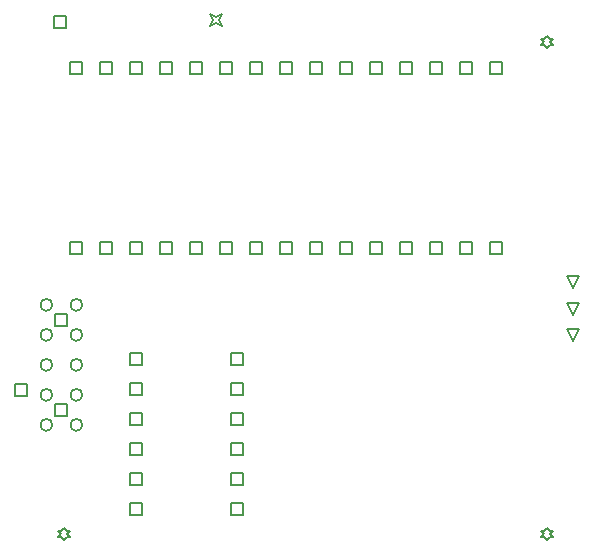
<source format=gbr>
%TF.GenerationSoftware,Altium Limited,Altium Designer,20.2.5 (213)*%
G04 Layer_Color=2752767*
%FSLAX25Y25*%
%MOIN*%
%TF.SameCoordinates,03ADE540-DEBB-48E1-BD2F-024036EB756D*%
%TF.FilePolarity,Positive*%
%TF.FileFunction,Drawing*%
%TF.Part,Single*%
G01*
G75*
%TA.AperFunction,NonConductor*%
%ADD41C,0.00500*%
%ADD42C,0.00667*%
D41*
X23500Y111500D02*
Y115500D01*
X27500D01*
Y111500D01*
X23500D01*
X33500D02*
Y115500D01*
X37500D01*
Y111500D01*
X33500D01*
X43500D02*
Y115500D01*
X47500D01*
Y111500D01*
X43500D01*
X53500D02*
Y115500D01*
X57500D01*
Y111500D01*
X53500D01*
X63500D02*
Y115500D01*
X67500D01*
Y111500D01*
X63500D01*
X73500D02*
Y115500D01*
X77500D01*
Y111500D01*
X73500D01*
X83500D02*
Y115500D01*
X87500D01*
Y111500D01*
X83500D01*
X93500D02*
Y115500D01*
X97500D01*
Y111500D01*
X93500D01*
X103500D02*
Y115500D01*
X107500D01*
Y111500D01*
X103500D01*
X113500D02*
Y115500D01*
X117500D01*
Y111500D01*
X113500D01*
X123500D02*
Y115500D01*
X127500D01*
Y111500D01*
X123500D01*
X133500D02*
Y115500D01*
X137500D01*
Y111500D01*
X133500D01*
X143500D02*
Y115500D01*
X147500D01*
Y111500D01*
X143500D01*
X153500D02*
Y115500D01*
X157500D01*
Y111500D01*
X153500D01*
X163500D02*
Y115500D01*
X167500D01*
Y111500D01*
X163500D01*
Y171500D02*
Y175500D01*
X167500D01*
Y171500D01*
X163500D01*
X153500D02*
Y175500D01*
X157500D01*
Y171500D01*
X153500D01*
X143500D02*
Y175500D01*
X147500D01*
Y171500D01*
X143500D01*
X133500D02*
Y175500D01*
X137500D01*
Y171500D01*
X133500D01*
X123500D02*
Y175500D01*
X127500D01*
Y171500D01*
X123500D01*
X113500D02*
Y175500D01*
X117500D01*
Y171500D01*
X113500D01*
X103500D02*
Y175500D01*
X107500D01*
Y171500D01*
X103500D01*
X93500D02*
Y175500D01*
X97500D01*
Y171500D01*
X93500D01*
X83500D02*
Y175500D01*
X87500D01*
Y171500D01*
X83500D01*
X73500D02*
Y175500D01*
X77500D01*
Y171500D01*
X73500D01*
X63500D02*
Y175500D01*
X67500D01*
Y171500D01*
X63500D01*
X53500D02*
Y175500D01*
X57500D01*
Y171500D01*
X53500D01*
X43500D02*
Y175500D01*
X47500D01*
Y171500D01*
X43500D01*
X33500D02*
Y175500D01*
X37500D01*
Y171500D01*
X33500D01*
X23500D02*
Y175500D01*
X27500D01*
Y171500D01*
X23500D01*
X43500Y74500D02*
Y78500D01*
X47500D01*
Y74500D01*
X43500D01*
Y64500D02*
Y68500D01*
X47500D01*
Y64500D01*
X43500D01*
Y54500D02*
Y58500D01*
X47500D01*
Y54500D01*
X43500D01*
Y44500D02*
Y48500D01*
X47500D01*
Y44500D01*
X43500D01*
Y34500D02*
Y38500D01*
X47500D01*
Y34500D01*
X43500D01*
Y24500D02*
Y28500D01*
X47500D01*
Y24500D01*
X43500D01*
X77000Y74500D02*
Y78500D01*
X81000D01*
Y74500D01*
X77000D01*
Y64500D02*
Y68500D01*
X81000D01*
Y64500D01*
X77000D01*
Y54500D02*
Y58500D01*
X81000D01*
Y54500D01*
X77000D01*
Y44500D02*
Y48500D01*
X81000D01*
Y44500D01*
X77000D01*
Y34500D02*
Y38500D01*
X81000D01*
Y34500D01*
X77000D01*
Y24500D02*
Y28500D01*
X81000D01*
Y24500D01*
X77000D01*
X191000Y100000D02*
X189000Y104000D01*
X193000D01*
X191000Y100000D01*
Y82500D02*
X189000Y86500D01*
X193000D01*
X191000Y82500D01*
Y91250D02*
X189000Y95250D01*
X193000D01*
X191000Y91250D01*
X5000Y64000D02*
Y68000D01*
X9000D01*
Y64000D01*
X5000D01*
X18500Y57500D02*
Y61500D01*
X22500D01*
Y57500D01*
X18500D01*
X17876Y186898D02*
Y190898D01*
X21876D01*
Y186898D01*
X17876D01*
X21390Y16098D02*
X22390Y17098D01*
X23390D01*
X22390Y18098D01*
X23390Y19098D01*
X22390D01*
X21390Y20098D01*
X20390Y19098D01*
X19390D01*
X20390Y18098D01*
X19390Y17098D01*
X20390D01*
X21390Y16098D01*
X18500Y87500D02*
Y91500D01*
X22500D01*
Y87500D01*
X18500D01*
X182390Y16098D02*
X183390Y17098D01*
X184390D01*
X183390Y18098D01*
X184390Y19098D01*
X183390D01*
X182390Y20098D01*
X181390Y19098D01*
X180390D01*
X181390Y18098D01*
X180390Y17098D01*
X181390D01*
X182390Y16098D01*
Y180098D02*
X183390Y181098D01*
X184390D01*
X183390Y182098D01*
X184390Y183098D01*
X183390D01*
X182390Y184098D01*
X181390Y183098D01*
X180390D01*
X181390Y182098D01*
X180390Y181098D01*
X181390D01*
X182390Y180098D01*
X70000Y187500D02*
X71000Y189500D01*
X70000Y191500D01*
X72000Y190500D01*
X74000Y191500D01*
X73000Y189500D01*
X74000Y187500D01*
X72000Y188500D01*
X70000Y187500D01*
D42*
X27500Y54500D02*
G03*
X27500Y54500I-2000J0D01*
G01*
X17500Y54500D02*
G03*
X17500Y54500I-2000J0D01*
G01*
Y64500D02*
G03*
X17500Y64500I-2000J0D01*
G01*
X27500D02*
G03*
X27500Y64500I-2000J0D01*
G01*
Y74500D02*
G03*
X27500Y74500I-2000J0D01*
G01*
X17500D02*
G03*
X17500Y74500I-2000J0D01*
G01*
Y84500D02*
G03*
X17500Y84500I-2000J0D01*
G01*
X27500D02*
G03*
X27500Y84500I-2000J0D01*
G01*
Y94500D02*
G03*
X27500Y94500I-2000J0D01*
G01*
X17500D02*
G03*
X17500Y94500I-2000J0D01*
G01*
%TF.MD5,7f7cff3b91ae5f5090ec31a2c480d1d8*%
M02*

</source>
